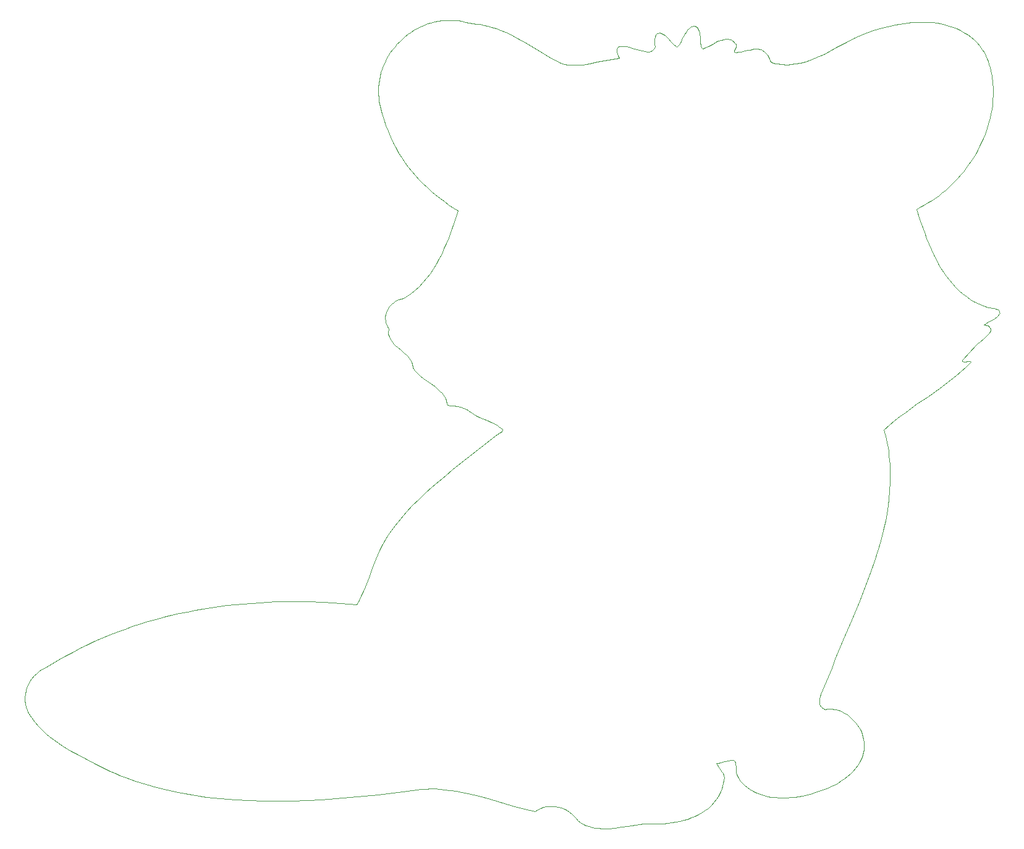
<source format=gbr>
%TF.GenerationSoftware,KiCad,Pcbnew,9.0.6*%
%TF.CreationDate,2025-12-08T21:35:20+01:00*%
%TF.ProjectId,Rocket,526f636b-6574-42e6-9b69-6361645f7063,rev?*%
%TF.SameCoordinates,Original*%
%TF.FileFunction,Profile,NP*%
%FSLAX46Y46*%
G04 Gerber Fmt 4.6, Leading zero omitted, Abs format (unit mm)*
G04 Created by KiCad (PCBNEW 9.0.6) date 2025-12-08 21:35:20*
%MOMM*%
%LPD*%
G01*
G04 APERTURE LIST*
%TA.AperFunction,Profile*%
%ADD10C,0.100000*%
%TD*%
G04 APERTURE END LIST*
D10*
X150161200Y-142590700D02*
X150700200Y-142480700D01*
X77864500Y-115082700D02*
X76805000Y-115406700D01*
X189523100Y-79444600D02*
X189462100Y-79416900D01*
X184865100Y-63326400D02*
X184548100Y-62542700D01*
X157397100Y-134162700D02*
X157676100Y-134102700D01*
X147645300Y-34480000D02*
X147553100Y-34551400D01*
X133231300Y-37889800D02*
X132068000Y-37228100D01*
X125468000Y-88043200D02*
X125721100Y-88191100D01*
X114869900Y-81134100D02*
X115121400Y-81350400D01*
X115616800Y-81759000D02*
X116120600Y-82127100D01*
X125666600Y-89442400D02*
X125507200Y-89549700D01*
X109781300Y-39808600D02*
X109651700Y-40292100D01*
X185712100Y-57031800D02*
X186190100Y-56681700D01*
X147476500Y-34639700D02*
X147414300Y-34742300D01*
X81074100Y-114228700D02*
X79999300Y-114494700D01*
X173465100Y-35695400D02*
X172260100Y-36354500D01*
X83901000Y-138857700D02*
X84876500Y-139010700D01*
X192955100Y-74030000D02*
X193564100Y-73704000D01*
X183693100Y-60154000D02*
X183175100Y-58544400D01*
X172419100Y-137202700D02*
X172861100Y-136927700D01*
X62242000Y-122538700D02*
X61947800Y-122896700D01*
X193720100Y-72134100D02*
X193456100Y-72101000D01*
X110797400Y-37518500D02*
X110547900Y-37956100D01*
X189589100Y-53384900D02*
X189955100Y-52917400D01*
X179004100Y-89962600D02*
X178869100Y-89374800D01*
X121701800Y-86129200D02*
X121891600Y-86252700D01*
X175919100Y-133032700D02*
X175975100Y-132679700D01*
X61947800Y-122896700D02*
X61688710Y-123280700D01*
X175833100Y-133379700D02*
X175919100Y-133032700D01*
X65581600Y-131765700D02*
X66191900Y-132165700D01*
X150700200Y-142480700D02*
X151234000Y-142347700D01*
X151626400Y-34184900D02*
X151352500Y-34624400D01*
X72683100Y-135606700D02*
X73367600Y-135908700D01*
X149077600Y-142748700D02*
X149619500Y-142679700D01*
X148383600Y-34520600D02*
X148212300Y-34445600D01*
X85853300Y-139146700D02*
X86831500Y-139267700D01*
X153512100Y-35361000D02*
X153494100Y-34939800D01*
X115303100Y-138114700D02*
X115943300Y-138061700D01*
X156500100Y-135676700D02*
X156347100Y-135441700D01*
X119605600Y-94256000D02*
X118647700Y-95029400D01*
X105532200Y-139202700D02*
X107498200Y-139015700D01*
X113934400Y-70094000D02*
X113678500Y-70279600D01*
X153427100Y-34329900D02*
X153376100Y-34140000D01*
X159624100Y-137571700D02*
X159957100Y-137848700D01*
X153643100Y-36170600D02*
X153588100Y-35977000D01*
X72006100Y-135288700D02*
X72683100Y-135606700D01*
X109473000Y-41276700D02*
X109425600Y-41775700D01*
X107065800Y-111558700D02*
X106756500Y-112161700D01*
X109407400Y-42277800D02*
X109419200Y-42782000D01*
X61466970Y-123686700D02*
X61284770Y-124111700D01*
X157367100Y-35236800D02*
X157177100Y-35222600D01*
X143785400Y-36341700D02*
X143334300Y-36258900D01*
X175574100Y-134050700D02*
X175719100Y-133719700D01*
X111034000Y-76286200D02*
X111188700Y-76558500D01*
X112631200Y-51488100D02*
X113064300Y-52120500D01*
X126822100Y-34272400D02*
X126206800Y-34012100D01*
X114965100Y-98275200D02*
X114100100Y-99141500D01*
X183194100Y-85291300D02*
X184754100Y-84210400D01*
X154215100Y-36428500D02*
X154023100Y-36489700D01*
X158449100Y-135384700D02*
X158454100Y-135602700D01*
X178897100Y-101222900D02*
X179157100Y-99798300D01*
X147037400Y-36762900D02*
X146944800Y-36826700D01*
X118502300Y-138138700D02*
X119297800Y-138236700D01*
X156845100Y-134311700D02*
X157397100Y-134162700D01*
X110794100Y-74801200D02*
X110822800Y-74960000D01*
X156984100Y-35229200D02*
X156788100Y-35254500D01*
X143334300Y-36258900D02*
X142880400Y-36223000D01*
X120886300Y-32784300D02*
X120317300Y-32711600D01*
X113093100Y-34853100D02*
X112712300Y-35184200D01*
X60995000Y-125912700D02*
X61043260Y-126366700D01*
X142227500Y-37457800D02*
X142399400Y-37872500D01*
X146504300Y-36969700D02*
X146264700Y-36970200D01*
X158481100Y-135814700D02*
X158529100Y-136019700D01*
X130917000Y-141145700D02*
X131272400Y-140905700D01*
X116769200Y-96615100D02*
X115856100Y-97434200D01*
X109093000Y-106523500D02*
X108602000Y-107789400D01*
X61916000Y-128291700D02*
X62355000Y-128874700D01*
X114190100Y-80253400D02*
X114255300Y-80394500D01*
X84876500Y-139010700D02*
X85853300Y-139146700D01*
X147319600Y-36165700D02*
X147313200Y-36289400D01*
X170442100Y-37313500D02*
X169827100Y-37605500D01*
X128022200Y-34857000D02*
X127426600Y-34555200D01*
X87606500Y-113019700D02*
X86509300Y-113176700D01*
X114255300Y-80394500D02*
X114424000Y-80659700D01*
X142089400Y-36998700D02*
X142146300Y-37229100D01*
X126424800Y-88724100D02*
X126428500Y-88818700D01*
X110814600Y-75303000D02*
X110804400Y-75480100D01*
X192320100Y-48824400D02*
X192540100Y-48275300D01*
X176426100Y-109521700D02*
X176923100Y-108162600D01*
X109548600Y-40781800D02*
X109473000Y-41276700D01*
X158478100Y-36159200D02*
X158461100Y-36000900D01*
X138738400Y-143299700D02*
X139166200Y-143378700D01*
X152783100Y-33462600D02*
X152655100Y-33451300D01*
X109425600Y-41775700D02*
X109407400Y-42277800D01*
X179424100Y-88157400D02*
X180150100Y-87549500D01*
X119870100Y-60260600D02*
X119333300Y-61743200D01*
X71599500Y-117326700D02*
X70577900Y-117768700D01*
X178065100Y-33777300D02*
X176982100Y-34121300D01*
X189479100Y-79159600D02*
X190377100Y-78200100D01*
X123477600Y-91215500D02*
X121540900Y-92731800D01*
X193086100Y-46588700D02*
X193230100Y-46014800D01*
X67449200Y-132915700D02*
X68090700Y-133270700D01*
X154590100Y-36258400D02*
X154215100Y-36428500D01*
X88706400Y-112879700D02*
X87606500Y-113019700D01*
X151234000Y-142347700D02*
X151759900Y-142189700D01*
X62569200Y-122211700D02*
X62242000Y-122538700D01*
X156461100Y-138028700D02*
X156584100Y-137642700D01*
X186190100Y-56681700D02*
X186657100Y-56316800D01*
X159388100Y-36901600D02*
X159084100Y-36967900D01*
X81954600Y-138500700D02*
X82927000Y-138687700D01*
X142399400Y-37872500D02*
X141901000Y-37913700D01*
X170513100Y-123842700D02*
X171030100Y-122646700D01*
X189410100Y-79321300D02*
X189428100Y-79249700D01*
X114106300Y-79951800D02*
X114139900Y-80105900D01*
X161479100Y-36565100D02*
X161267100Y-36542100D01*
X191838100Y-36159700D02*
X191464100Y-35730300D01*
X146317100Y-142827700D02*
X146877100Y-142815700D01*
X162847100Y-37563000D02*
X162721100Y-37379800D01*
X62827000Y-129425700D02*
X63329000Y-129945700D01*
X117222000Y-138031700D02*
X117861700Y-138064700D01*
X124941600Y-87779300D02*
X125468000Y-88043200D01*
X73367600Y-135908700D02*
X74058800Y-136194700D01*
X181956100Y-32988000D02*
X181393100Y-33055500D01*
X186862100Y-67177700D02*
X186503100Y-66615100D01*
X102003300Y-112438700D02*
X99785700Y-112362700D01*
X179472100Y-97158400D02*
X179534100Y-95953700D01*
X125579400Y-33777300D02*
X124938300Y-33571600D01*
X121096100Y-85835700D02*
X121505500Y-86019100D01*
X142880400Y-36223000D02*
X142652100Y-36227500D01*
X122249200Y-86542600D02*
X122760700Y-86835800D01*
X173696100Y-136314700D02*
X174084100Y-135974700D01*
X110731400Y-72197900D02*
X110599300Y-72455500D01*
X87810900Y-139371700D02*
X89772800Y-139537700D01*
X190024100Y-70555200D02*
X189502100Y-70151600D01*
X110822800Y-74960000D02*
X110825200Y-75128400D01*
X179495100Y-93542400D02*
X179391100Y-92341400D01*
X194130100Y-73338300D02*
X194253100Y-73228300D01*
X61512660Y-127673700D02*
X61916000Y-128291700D01*
X150004400Y-36071200D02*
X149733800Y-35817200D01*
X174255100Y-114898700D02*
X175368100Y-112219700D01*
X193600100Y-43673100D02*
X193637100Y-42835500D01*
X170022100Y-125048700D02*
X170513100Y-123842700D01*
X158779100Y-37016200D02*
X158473100Y-37036000D01*
X194395100Y-72382700D02*
X194309100Y-72314400D01*
X192347100Y-71807700D02*
X191730100Y-71554200D01*
X147313200Y-36289400D02*
X147288400Y-36403800D01*
X156681100Y-137250700D02*
X156752100Y-136855700D01*
X185921100Y-33029100D02*
X185355100Y-32960400D01*
X156788100Y-35254500D02*
X156396100Y-35351900D01*
X106756500Y-112161700D02*
X106420900Y-112751700D01*
X89772800Y-139537700D02*
X91738400Y-139647700D01*
X184548100Y-62542700D02*
X184249100Y-61751800D01*
X150303700Y-36278700D02*
X150149700Y-36182000D01*
X157676100Y-134102700D02*
X157960100Y-134061700D01*
X192672100Y-76057400D02*
X192920100Y-75794800D01*
X158429100Y-35923300D02*
X158379100Y-35846800D01*
X174229100Y-128349700D02*
X174005100Y-128147700D01*
X113005700Y-78294800D02*
X113237100Y-78507300D01*
X107352900Y-110945700D02*
X107065800Y-111558700D01*
X188674100Y-33806700D02*
X188142100Y-33592400D01*
X112560300Y-70834900D02*
X112250700Y-70909600D01*
X190377100Y-78200100D02*
X191261100Y-77231900D01*
X150149700Y-36182000D02*
X150004400Y-36071200D01*
X192895100Y-74528800D02*
X192734100Y-74469300D01*
X128610200Y-35174700D02*
X128022200Y-34857000D01*
X187649100Y-68256300D02*
X187244100Y-67725700D01*
X180273100Y-33238600D02*
X179162100Y-33481100D01*
X192663100Y-37495000D02*
X192486100Y-37114100D01*
X158596100Y-136218700D02*
X158681100Y-136409700D01*
X175398100Y-134370700D02*
X175574100Y-134050700D01*
X193206100Y-72067100D02*
X192987100Y-72016900D01*
X186167100Y-66040600D02*
X185853100Y-65456900D01*
X92019100Y-112559700D02*
X90913000Y-112649700D01*
X188561100Y-81393700D02*
X189281100Y-80779000D01*
X113995800Y-53336900D02*
X114492500Y-53920300D01*
X119333300Y-61743200D02*
X119049000Y-62481000D01*
X138317900Y-143190700D02*
X138738400Y-143299700D01*
X155315100Y-35860800D02*
X154955100Y-36056500D01*
X61399020Y-127464700D02*
X61512660Y-127673700D01*
X155013100Y-140300700D02*
X155386100Y-139901700D01*
X193858100Y-73532700D02*
X194130100Y-73338300D01*
X158066100Y-35545500D02*
X157903100Y-35426100D01*
X193252100Y-74848200D02*
X193163100Y-74718400D01*
X126412500Y-88902800D02*
X126379100Y-88977700D01*
X193298100Y-75001200D02*
X193252100Y-74848200D01*
X156141100Y-138773700D02*
X156313100Y-138406700D01*
X103563400Y-139367700D02*
X105532200Y-139202700D01*
X82153300Y-113982700D02*
X81074100Y-114228700D01*
X95344900Y-112384700D02*
X94235300Y-112427700D01*
X110420700Y-72998800D02*
X110378400Y-73278900D01*
X121898300Y-32988500D02*
X121390400Y-32897000D01*
X194365100Y-73107600D02*
X194465100Y-72974600D01*
X146264700Y-36970200D02*
X146029500Y-36920600D01*
X124440300Y-33427700D02*
X123936800Y-33313900D01*
X68090700Y-133270700D02*
X69385100Y-133947700D01*
X179162100Y-33481100D02*
X178065100Y-33777300D01*
X73662100Y-116496700D02*
X72627300Y-116901700D01*
X190627100Y-34965800D02*
X190170100Y-34630200D01*
X149733800Y-35817200D02*
X149479800Y-35535900D01*
X156794100Y-136458700D02*
X156733100Y-136180700D01*
X191059100Y-35332400D02*
X190627100Y-34965800D01*
X155648100Y-35672700D02*
X155315100Y-35860800D01*
X118102800Y-32704700D02*
X117601000Y-32768400D01*
X185355100Y-32960400D02*
X184789100Y-32920100D01*
X194465100Y-72974600D02*
X194552100Y-72827600D01*
X193218100Y-75345700D02*
X193292100Y-75177200D01*
X76167600Y-136964700D02*
X77597500Y-137411700D01*
X170122100Y-126839700D02*
X170034100Y-126720700D01*
X152298100Y-33538200D02*
X152188100Y-33600700D01*
X193215100Y-39079200D02*
X193100100Y-38675300D01*
X116521200Y-67351700D02*
X116052300Y-67976500D01*
X158228100Y-36836300D02*
X158306100Y-36660300D01*
X193292100Y-75177200D02*
X193298100Y-75001200D01*
X113975600Y-79493100D02*
X114090800Y-79790500D01*
X170356100Y-127030700D02*
X170229100Y-126943700D01*
X175259100Y-129595700D02*
X175053100Y-129298700D01*
X124397100Y-87543600D02*
X124941600Y-87779300D01*
X147288400Y-36403800D02*
X147246800Y-36508700D01*
X165405100Y-139244700D02*
X165941100Y-139205700D01*
X159309100Y-137270700D02*
X159624100Y-137571700D01*
X189690100Y-34325400D02*
X189191100Y-34050900D01*
X79999300Y-114494700D02*
X78929300Y-114779700D01*
X115209600Y-33507000D02*
X114760900Y-33731600D01*
X153588100Y-35977000D02*
X153550100Y-35776300D01*
X112856600Y-70731000D02*
X112560300Y-70834900D01*
X110320800Y-38405000D02*
X110116700Y-38864000D01*
X120381800Y-58784600D02*
X119870100Y-60260600D01*
X189979100Y-80137800D02*
X190653100Y-79466200D01*
X188816100Y-54285600D02*
X189209100Y-53841100D01*
X179266100Y-99080500D02*
X179360100Y-98358800D01*
X153494100Y-34939800D02*
X153460100Y-34527800D01*
X125386500Y-89680300D02*
X123477600Y-91215500D01*
X188078100Y-68766900D02*
X187649100Y-68256300D01*
X114661500Y-138185700D02*
X115303100Y-138114700D01*
X124938300Y-33571600D02*
X124440300Y-33427700D01*
X142422800Y-36249400D02*
X142311200Y-36315700D01*
X191828100Y-49900200D02*
X192083100Y-49366200D01*
X145759200Y-142854700D02*
X146317100Y-142827700D01*
X91738400Y-139647700D02*
X93706800Y-139705700D01*
X108122900Y-109061500D02*
X107622000Y-110323700D01*
X117169700Y-82883200D02*
X117665000Y-83295600D01*
X193315100Y-39487500D02*
X193215100Y-39079200D01*
X152655100Y-33451300D02*
X152532100Y-33461500D01*
X188409100Y-54717900D02*
X188816100Y-54285600D01*
X116958000Y-66704300D02*
X116521200Y-67351700D01*
X117861700Y-138064700D02*
X118502300Y-138138700D01*
X140922800Y-143459700D02*
X141809800Y-143391700D01*
X113678500Y-70279600D02*
X113414400Y-70449900D01*
X126379100Y-88977700D02*
X126330500Y-89044600D01*
X99621000Y-139612700D02*
X101592800Y-139505700D01*
X193131100Y-75504100D02*
X193218100Y-75345700D01*
X192970100Y-38276100D02*
X192825100Y-37882500D01*
X192734100Y-74469300D02*
X192569100Y-74433400D01*
X175917100Y-34507300D02*
X175295100Y-34775800D01*
X153206100Y-33791500D02*
X153078100Y-33636800D01*
X158306100Y-36660300D02*
X158385100Y-36488800D01*
X70577900Y-117768700D02*
X69569300Y-118237700D01*
X159023100Y-136945700D02*
X159309100Y-137270700D01*
X150499700Y-36125300D02*
X150303700Y-36278700D01*
X136497400Y-142080700D02*
X136735300Y-142423700D01*
X191730100Y-71554200D02*
X191138100Y-71259200D01*
X125965900Y-88352400D02*
X126200900Y-88529400D01*
X74058800Y-136194700D02*
X74756200Y-136465700D01*
X174640100Y-128786700D02*
X174441100Y-128563700D01*
X113828100Y-79219500D02*
X113975600Y-79493100D01*
X184217100Y-57988700D02*
X184725100Y-57685700D01*
X157960100Y-134061700D02*
X158056100Y-134088700D01*
X179228100Y-91147200D02*
X179124100Y-90553500D01*
X194552100Y-72827600D02*
X194545100Y-72686700D01*
X147284000Y-35248700D02*
X147272400Y-35526000D01*
X116582800Y-138031700D02*
X117222000Y-138031700D01*
X121653300Y-138666700D02*
X122430300Y-138846700D01*
X149619500Y-142679700D02*
X150161200Y-142590700D01*
X172728100Y-127360700D02*
X172449100Y-127258700D01*
X101592800Y-139505700D02*
X103563400Y-139367700D01*
X109419200Y-42782000D02*
X109461900Y-43287300D01*
X173126100Y-117566700D02*
X174255100Y-114898700D01*
X167005100Y-139068700D02*
X167531100Y-138974700D01*
X184789100Y-32920100D02*
X184222100Y-32895300D01*
X135415300Y-38740300D02*
X134917800Y-38643000D01*
X148003200Y-142831700D02*
X148538000Y-142798700D01*
X152412100Y-33491200D02*
X152298100Y-33538200D01*
X156632100Y-135920700D02*
X156500100Y-135676700D01*
X164521100Y-38684500D02*
X164176100Y-38633700D01*
X190282100Y-79446500D02*
X189807100Y-79471200D01*
X95677200Y-139716700D02*
X97648900Y-139683700D01*
X140903400Y-38063300D02*
X140404300Y-38161200D01*
X159999100Y-36755800D02*
X159388100Y-36901600D01*
X110838900Y-75827500D02*
X110910400Y-75990500D01*
X61144280Y-124551700D02*
X61047700Y-125000700D01*
X109461900Y-43287300D02*
X109536300Y-43792800D01*
X172861100Y-136927700D02*
X173287100Y-136631700D01*
X118301400Y-83991400D02*
X118472700Y-84250000D01*
X111696700Y-101924800D02*
X110971600Y-102925200D01*
X160305100Y-36697100D02*
X159999100Y-36755800D01*
X174825100Y-129019700D02*
X174640100Y-128786700D01*
X150904400Y-35532700D02*
X150791000Y-35747200D01*
X64412000Y-130903700D02*
X64987400Y-131345700D01*
X147246800Y-36508700D02*
X147190000Y-36603600D01*
X151111500Y-35078400D02*
X150904400Y-35532700D01*
X158372100Y-134602700D02*
X158403100Y-135014700D01*
X110971600Y-102925200D02*
X110591800Y-103492300D01*
X141809800Y-143391700D02*
X142688100Y-143277700D01*
X142688100Y-143277700D02*
X143547100Y-143136700D01*
X114324000Y-33979600D02*
X113899800Y-34249800D01*
X193354100Y-45435900D02*
X193457100Y-44852300D01*
X111188700Y-76558500D02*
X111370200Y-76810600D01*
X112462200Y-100962900D02*
X111696700Y-101924800D01*
X178869100Y-89374800D02*
X178718100Y-88790500D01*
X172449100Y-127258700D02*
X172163100Y-127177700D01*
X181651100Y-86393700D02*
X183194100Y-85291300D01*
X193457100Y-44852300D02*
X193539100Y-44264600D01*
X189209100Y-53841100D02*
X189589100Y-53384900D01*
X120226600Y-85595200D02*
X120668100Y-85696400D01*
X185563100Y-64866600D02*
X185202100Y-64101500D01*
X110399100Y-73842600D02*
X110466300Y-74120700D01*
X193637100Y-42835500D02*
X193630100Y-41993300D01*
X161884100Y-36692300D02*
X161685100Y-36615900D01*
X146944800Y-36826700D02*
X146735400Y-36921100D01*
X189423100Y-79376400D02*
X189410100Y-79321300D01*
X175598100Y-130229700D02*
X175441100Y-129905700D01*
X139599800Y-143432700D02*
X140038100Y-143461700D01*
X110751400Y-47866300D02*
X111072900Y-48653200D01*
X147190000Y-36603600D02*
X147119600Y-36688500D01*
X89808700Y-112756700D02*
X88706400Y-112879700D01*
X163835100Y-38565400D02*
X163498100Y-38479100D01*
X158461100Y-36000900D02*
X158429100Y-35923300D01*
X61144160Y-126814700D02*
X61299900Y-127251700D01*
X113652800Y-78966300D02*
X113828100Y-79219500D01*
X158256100Y-134250700D02*
X158330100Y-134412700D01*
X148212300Y-34445600D02*
X148028300Y-34390100D01*
X119297800Y-138236700D02*
X120087700Y-138358700D01*
X148694100Y-34719600D02*
X148543700Y-34612700D01*
X184725100Y-57685700D02*
X185224100Y-57366600D01*
X158454100Y-135602700D02*
X158481100Y-135814700D01*
X192923100Y-47157000D02*
X193086100Y-46588700D01*
X175974100Y-131609700D02*
X175919100Y-131255700D01*
X141402300Y-37979000D02*
X140903400Y-38063300D01*
X122760700Y-86835800D02*
X123296200Y-87088900D01*
X156347100Y-135441700D02*
X156017100Y-134981700D01*
X85415100Y-113351700D02*
X84324200Y-113543700D01*
X179360100Y-98358800D02*
X179472100Y-97158400D01*
X137504000Y-142878700D02*
X137906000Y-143051700D01*
X114492500Y-53920300D02*
X115008500Y-54486900D01*
X155861100Y-134748700D02*
X155724100Y-134507700D01*
X192407100Y-74421300D02*
X192667100Y-74210900D01*
X166475100Y-139145700D02*
X167005100Y-139068700D01*
X187989100Y-55137700D02*
X188409100Y-54717900D01*
X109353300Y-105897900D02*
X109093000Y-106523500D01*
X145579300Y-36834200D02*
X145130600Y-36717700D01*
X169965100Y-126589700D02*
X169912100Y-126448700D01*
X144097300Y-143037700D02*
X144649300Y-142958700D01*
X154023100Y-36489700D02*
X153827100Y-36528700D01*
X189462100Y-79416900D02*
X189423100Y-79376400D01*
X191813100Y-76757400D02*
X192397100Y-76300000D01*
X171872100Y-127119700D02*
X171577100Y-127086700D01*
X110591800Y-103492300D02*
X110244300Y-104075100D01*
X161241100Y-138601700D02*
X161734100Y-138793700D01*
X178586100Y-102633800D02*
X178897100Y-101222900D01*
X110244300Y-104075100D02*
X109924800Y-104671600D01*
X187046100Y-33252500D02*
X186485100Y-33126400D01*
X167272100Y-38503800D02*
X166601100Y-38636300D01*
X121540900Y-92731800D02*
X119605600Y-94256000D01*
X61047700Y-125000700D02*
X60997220Y-125455700D01*
X117894500Y-83515700D02*
X118107700Y-83747100D01*
X63313800Y-121667700D02*
X62927200Y-121919700D01*
X118735100Y-84816400D02*
X118820100Y-85127200D01*
X192083100Y-49366200D02*
X192320100Y-48824400D01*
X169875100Y-126298700D02*
X169844100Y-125982700D01*
X110599300Y-72455500D02*
X110495000Y-72723400D01*
X146735400Y-36921100D02*
X146504300Y-36969700D01*
X74703500Y-116113700D02*
X73662100Y-116496700D01*
X164869100Y-38718300D02*
X164521100Y-38684500D01*
X153460100Y-34527800D02*
X153427100Y-34329900D01*
X142157900Y-36477500D02*
X142112200Y-36570800D01*
X118435800Y-63937200D02*
X118101600Y-64650700D01*
X133669100Y-140462700D02*
X134076900Y-140539700D01*
X135913200Y-38793700D02*
X135415300Y-38740300D01*
X193456100Y-72101000D02*
X193206100Y-72067100D01*
X69569300Y-118237700D02*
X68572600Y-118731700D01*
X114426700Y-69690900D02*
X113934400Y-70094000D01*
X160833100Y-36588100D02*
X160612100Y-36661600D01*
X119090800Y-57959200D02*
X119730600Y-58381500D01*
X189004100Y-69717200D02*
X188529100Y-69254700D01*
X193539100Y-44264600D02*
X193600100Y-43673100D01*
X134076900Y-140539700D02*
X134476800Y-140656700D01*
X162074100Y-36792000D02*
X161884100Y-36692300D01*
X159084100Y-36967900D02*
X158779100Y-37016200D01*
X142112200Y-36570800D02*
X142084500Y-36670800D01*
X135921600Y-141478700D02*
X136224900Y-141764700D01*
X63726900Y-121457700D02*
X63313800Y-121667700D01*
X63858300Y-130437700D02*
X64412000Y-130903700D01*
X152276100Y-142006700D02*
X152778100Y-141797700D01*
X158473100Y-37036000D02*
X158167100Y-37017000D01*
X110725600Y-74655700D02*
X110794100Y-74801200D01*
X149230000Y-35246400D02*
X148972200Y-34967900D01*
X175441100Y-129905700D02*
X175259100Y-129595700D01*
X135237900Y-140999700D02*
X135591300Y-141222700D01*
X153722100Y-36355100D02*
X153643100Y-36170600D01*
X139166200Y-143378700D02*
X139599800Y-143432700D01*
X66191900Y-132165700D02*
X66815400Y-132548700D01*
X187244100Y-67725700D02*
X186862100Y-67177700D01*
X145130600Y-36717700D02*
X144234500Y-36456100D01*
X117105900Y-32861500D02*
X116618400Y-32982900D01*
X147283100Y-35793800D02*
X147306000Y-36032900D01*
X178228100Y-104032200D02*
X178586100Y-102633800D01*
X129769900Y-35844200D02*
X128610200Y-35174700D01*
X158137100Y-134129700D02*
X158203100Y-134184700D01*
X112029100Y-77479800D02*
X112518500Y-77887100D01*
X170534100Y-138108700D02*
X171018100Y-137909700D01*
X147306000Y-36032900D02*
X147319600Y-36165700D01*
X147327900Y-34981100D02*
X147284000Y-35248700D01*
X116120600Y-82127100D02*
X116646600Y-82497800D01*
X156291100Y-134446700D02*
X156845100Y-134311700D01*
X190495100Y-79443100D02*
X190282100Y-79446500D01*
X104215800Y-112568700D02*
X102003300Y-112438700D01*
X131272400Y-140905700D02*
X131646800Y-140715700D01*
X158167100Y-37017000D02*
X158228100Y-36836300D01*
X119776500Y-85525900D02*
X120226600Y-85595200D01*
X175295100Y-34775800D02*
X174679100Y-35066500D01*
X173266100Y-127625700D02*
X173001100Y-127483700D01*
X116618400Y-32982900D02*
X116139300Y-33131600D01*
X111985200Y-71019300D02*
X111732200Y-71158400D01*
X86509300Y-113176700D02*
X85415100Y-113351700D01*
X62927200Y-121919700D02*
X62569200Y-122211700D01*
X169844100Y-125982700D02*
X169864100Y-125658700D01*
X179391100Y-92341400D02*
X179317100Y-91743200D01*
X175731100Y-130563700D02*
X175598100Y-130229700D01*
X174679100Y-35066500D02*
X173465100Y-35695400D01*
X60997220Y-125455700D02*
X60995000Y-125912700D01*
X109629200Y-105279900D02*
X109353300Y-105897900D01*
X161685100Y-36615900D02*
X161479100Y-36565100D01*
X97565400Y-112344700D02*
X96455000Y-112356700D01*
X113372000Y-138356700D02*
X114661500Y-138185700D01*
X83236800Y-113753700D02*
X82153300Y-113982700D01*
X186657100Y-56316800D02*
X187113100Y-55937600D01*
X156017100Y-134981700D02*
X155861100Y-134748700D01*
X171030100Y-122646700D02*
X171541100Y-121447700D01*
X120087700Y-138358700D02*
X120872600Y-138503700D01*
X136224900Y-141764700D02*
X136497400Y-142080700D01*
X188529100Y-69254700D02*
X188078100Y-68766900D01*
X140038100Y-143461700D02*
X140479500Y-143470700D01*
X117365300Y-66036800D02*
X116958000Y-66704300D01*
X158403100Y-135014700D02*
X158418100Y-135210700D01*
X158379100Y-35846800D02*
X158310100Y-35771200D01*
X159957100Y-137848700D02*
X160292100Y-138102700D01*
X162721100Y-37379800D02*
X162579100Y-37208900D01*
X118472700Y-84250000D02*
X118618300Y-84524500D01*
X158447100Y-36321800D02*
X158478100Y-36159200D01*
X108602000Y-107789400D02*
X108122900Y-109061500D01*
X127820200Y-140342700D02*
X129363200Y-140764700D01*
X153736100Y-141292700D02*
X154185100Y-140994700D01*
X66815400Y-132548700D02*
X67449200Y-132915700D01*
X158310100Y-35771200D02*
X158218100Y-35696700D01*
X129363200Y-140764700D02*
X130917000Y-141145700D01*
X142311200Y-36315700D02*
X142223600Y-36392100D01*
X173287100Y-136631700D02*
X173696100Y-136314700D01*
X113489200Y-34541300D02*
X113093100Y-34853100D01*
X109964000Y-45438400D02*
X110202000Y-46256000D01*
X170043100Y-138290700D02*
X170534100Y-138108700D01*
X156733100Y-136180700D02*
X156632100Y-135920700D01*
X158203100Y-134184700D02*
X158256100Y-134250700D01*
X165567100Y-38736700D02*
X165218100Y-38735600D01*
X171278100Y-127078700D02*
X170977100Y-127098700D01*
X90913000Y-112649700D02*
X89808700Y-112756700D01*
X117601000Y-32768400D02*
X117105900Y-32861500D01*
X112712300Y-35184200D02*
X112347600Y-35533500D01*
X190306100Y-52439000D02*
X190642100Y-51950300D01*
X175719100Y-133719700D02*
X175833100Y-133379700D01*
X146029500Y-36920600D02*
X145579300Y-36834200D01*
X190170100Y-34630200D02*
X189690100Y-34325400D01*
X124745800Y-139458700D02*
X127820200Y-140342700D01*
X144649300Y-142958700D02*
X145203300Y-142897700D01*
X163802100Y-139222700D02*
X164334100Y-139255700D01*
X111359400Y-36680800D02*
X111068100Y-37093000D01*
X79041600Y-137812700D02*
X80495400Y-138173700D01*
X119730600Y-58381500D02*
X120381800Y-58784600D01*
X175906100Y-110873700D02*
X176426100Y-109521700D01*
X120317300Y-32711600D02*
X119739200Y-32668400D01*
X167531100Y-138974700D02*
X168560100Y-138745700D01*
X189604100Y-79461700D02*
X189523100Y-79444600D01*
X118647700Y-95029400D02*
X117701000Y-95814600D01*
X187557100Y-55544400D02*
X187989100Y-55137700D01*
X142146300Y-37229100D02*
X142227500Y-37457800D01*
X77597500Y-137411700D02*
X79041600Y-137812700D01*
X150659100Y-35946400D02*
X150499700Y-36125300D01*
X74756200Y-136465700D02*
X76167600Y-136964700D01*
X174084100Y-135974700D02*
X174451100Y-135610700D01*
X161051100Y-36549000D02*
X160833100Y-36588100D01*
X194465100Y-72466200D02*
X194395100Y-72382700D01*
X137113400Y-142670700D02*
X137504000Y-142878700D01*
X137409000Y-38742700D02*
X136910100Y-38789700D01*
X93706800Y-139705700D02*
X95677200Y-139716700D01*
X192397100Y-76300000D02*
X192672100Y-76057400D01*
X160759100Y-138372700D02*
X161241100Y-138601700D01*
X182521100Y-32937500D02*
X181956100Y-32988000D01*
X147119600Y-36688500D02*
X147037400Y-36762900D01*
X147754400Y-34427600D02*
X147645300Y-34480000D01*
X109936600Y-39332200D02*
X109781300Y-39808600D01*
X166601100Y-38636300D02*
X165915100Y-38722100D01*
X173769100Y-127958700D02*
X173522100Y-127784700D01*
X163167100Y-38374400D02*
X163117100Y-38164200D01*
X111670300Y-36282800D02*
X111359400Y-36680800D01*
X176002100Y-131965700D02*
X175974100Y-131609700D01*
X115121400Y-81350400D02*
X115616800Y-81759000D01*
X106420900Y-112751700D02*
X104215800Y-112568700D01*
X113519500Y-52736800D02*
X113995800Y-53336900D01*
X114100100Y-99141500D02*
X113264600Y-100036300D01*
X115856100Y-97434200D02*
X114965100Y-98275200D01*
X152778100Y-141797700D02*
X153266100Y-141559700D01*
X110808100Y-75656100D02*
X110838900Y-75827500D01*
X65642100Y-120327700D02*
X63726900Y-121457700D01*
X80495400Y-138173700D02*
X81954600Y-138500700D01*
X113140800Y-70601600D02*
X112856600Y-70731000D01*
X115943300Y-138061700D02*
X116582800Y-138031700D01*
X187113100Y-55937600D02*
X187557100Y-55544400D01*
X113064300Y-52120500D02*
X113519500Y-52736800D01*
X63329000Y-129945700D02*
X63858300Y-130437700D01*
X151352500Y-34624400D02*
X151223300Y-34848800D01*
X188142100Y-33592400D02*
X187599100Y-33407800D01*
X133257400Y-140425700D02*
X133669100Y-140462700D01*
X123296200Y-87088900D02*
X124397100Y-87543600D01*
X116646600Y-82497800D02*
X117169700Y-82883200D01*
X110495000Y-72723400D02*
X110420700Y-72998800D01*
X179317100Y-91743200D02*
X179228100Y-91147200D01*
X116664500Y-56083000D02*
X117249400Y-56579500D01*
X194516100Y-72566900D02*
X194465100Y-72466200D01*
X183087100Y-32904700D02*
X182521100Y-32937500D01*
X67586600Y-119246700D02*
X66610100Y-119779700D01*
X177392100Y-106795400D02*
X177829100Y-105419000D01*
X140404300Y-38161200D02*
X139405800Y-38377100D01*
X153550100Y-35776300D02*
X153512100Y-35361000D01*
X107498200Y-139015700D02*
X109460700Y-138808700D01*
X75751300Y-115749700D02*
X74703500Y-116113700D01*
X176002100Y-132323700D02*
X176002100Y-131965700D01*
X72627300Y-116901700D02*
X71599500Y-117326700D01*
X194545100Y-72686700D02*
X194516100Y-72566900D01*
X192825100Y-37882500D02*
X192663100Y-37495000D01*
X111834600Y-50176100D02*
X112221000Y-50839800D01*
X149479800Y-35535900D02*
X149230000Y-35246400D01*
X184222100Y-32895300D02*
X183654100Y-32890400D01*
X162956100Y-37756300D02*
X162847100Y-37563000D01*
X118610300Y-32671300D02*
X118102800Y-32704700D01*
X156012100Y-35497100D02*
X155648100Y-35672700D01*
X111070200Y-71724200D02*
X110889100Y-71953200D01*
X170675100Y-127147700D02*
X170504100Y-127099700D01*
X132068000Y-37228100D02*
X129769900Y-35844200D01*
X154612100Y-140664700D02*
X155013100Y-140300700D01*
X62355000Y-128874700D02*
X62827000Y-129425700D01*
X110889100Y-71953200D02*
X110731400Y-72197900D01*
X152532100Y-33461500D02*
X152412100Y-33491200D01*
X118101600Y-64650700D02*
X117745700Y-65351400D01*
X113264600Y-100036300D02*
X112462200Y-100962900D01*
X142223600Y-36392100D02*
X142157900Y-36477500D01*
X151223300Y-34848800D02*
X151111500Y-35078400D01*
X114760900Y-33731600D02*
X114324000Y-33979600D01*
X169827100Y-37605500D02*
X169204100Y-37875500D01*
X164334100Y-139255700D02*
X164869100Y-139262700D01*
X155946100Y-139128700D02*
X156141100Y-138773700D01*
X154955100Y-36056500D02*
X154590100Y-36258400D01*
X191527100Y-76988500D02*
X191813100Y-76757400D01*
X118870100Y-85458400D02*
X119322600Y-85482300D01*
X191261100Y-77231900D02*
X191527100Y-76988500D01*
X71336900Y-134952700D02*
X72006100Y-135288700D01*
X109460700Y-138808700D02*
X113372000Y-138356700D01*
X120872600Y-138503700D02*
X121653300Y-138666700D01*
X153827100Y-36528700D02*
X153722100Y-36355100D01*
X120668100Y-85696400D02*
X121096100Y-85835700D01*
X175919100Y-131255700D02*
X175838100Y-130906700D01*
X158056100Y-134088700D02*
X158137100Y-134129700D01*
X171963100Y-137456700D02*
X172419100Y-137202700D01*
X117701000Y-95814600D02*
X116769200Y-96615100D01*
X112347600Y-35533500D02*
X112000000Y-35900000D01*
X126206800Y-34012100D02*
X125579400Y-33777300D01*
X193576100Y-41151400D02*
X193472100Y-40314500D01*
X78929300Y-114779700D02*
X77864500Y-115082700D01*
X114090800Y-79790500D02*
X114106300Y-79951800D01*
X157732100Y-35336300D02*
X157553100Y-35273900D01*
X111794900Y-77267800D02*
X112029100Y-77479800D01*
X93126600Y-112485700D02*
X92019100Y-112559700D01*
X146877100Y-142815700D02*
X148003200Y-142831700D01*
X155386100Y-139901700D02*
X155729100Y-139467700D01*
X163498100Y-38479100D02*
X163167100Y-38374400D01*
X116052300Y-67976500D02*
X115548600Y-68576200D01*
X111573700Y-77045900D02*
X111794900Y-77267800D01*
X193978100Y-72181700D02*
X193720100Y-72134100D01*
X193630100Y-41993300D02*
X193576100Y-41151400D01*
X165218100Y-38735600D02*
X164869100Y-38718300D01*
X147881600Y-34396900D02*
X147754400Y-34427600D01*
X111272500Y-71513500D02*
X111070200Y-71724200D01*
X156313100Y-138406700D02*
X156461100Y-138028700D01*
X155724100Y-134507700D02*
X156010100Y-134489700D01*
X109651700Y-40292100D02*
X109548600Y-40781800D01*
X190642100Y-51950300D02*
X190963100Y-51451600D01*
X156584100Y-137642700D02*
X156681100Y-137250700D01*
X156396100Y-35351900D02*
X156012100Y-35497100D01*
X150791000Y-35747200D02*
X150659100Y-35946400D01*
X112518500Y-77887100D02*
X113005700Y-78294800D01*
X186503100Y-66615100D02*
X186167100Y-66040600D01*
X165941100Y-139205700D02*
X166475100Y-139145700D01*
X186485100Y-33126400D02*
X185921100Y-33029100D01*
X110370500Y-73561100D02*
X110399100Y-73842600D01*
X119049000Y-62481000D02*
X118750700Y-63213100D01*
X185202100Y-64101500D02*
X184865100Y-63326400D01*
X158330100Y-134412700D02*
X158372100Y-134602700D01*
X123429300Y-33221600D02*
X122919300Y-33142300D01*
X144234500Y-36456100D02*
X143785400Y-36341700D01*
X137908000Y-38672700D02*
X137409000Y-38742700D01*
X96455000Y-112356700D02*
X95344900Y-112384700D01*
X162579100Y-37208900D02*
X162423100Y-37052500D01*
X183700100Y-58275000D02*
X184217100Y-57988700D01*
X66610100Y-119779700D02*
X65642100Y-120327700D01*
X113237100Y-78507300D02*
X113454300Y-78730000D01*
X158781100Y-136594700D02*
X159023100Y-136945700D01*
X136735300Y-142423700D02*
X137113400Y-142670700D01*
X189191100Y-34050900D02*
X188674100Y-33806700D01*
X115008500Y-54486900D02*
X115543200Y-55036400D01*
X148538000Y-142798700D02*
X149077600Y-142748700D01*
X179534100Y-95953700D02*
X179542100Y-94747400D01*
X192920100Y-75794800D02*
X193131100Y-75504100D01*
X191267100Y-50943400D02*
X191556100Y-50426100D01*
X123204300Y-139040700D02*
X124745800Y-139458700D01*
X114139900Y-80105900D02*
X114190100Y-80253400D01*
X165915100Y-38722100D02*
X165567100Y-38736700D01*
X119739200Y-32668400D02*
X119165700Y-32654900D01*
X137906000Y-143051700D02*
X138317900Y-143190700D01*
X169912100Y-126448700D02*
X169875100Y-126298700D01*
X170034100Y-126720700D02*
X169965100Y-126589700D01*
X148028300Y-34390100D02*
X147881600Y-34396900D01*
X164869100Y-139262700D02*
X165405100Y-139244700D01*
X125721100Y-88191100D02*
X125965900Y-88352400D01*
X174441100Y-128563700D02*
X174229100Y-128349700D01*
X153266100Y-141559700D02*
X153736100Y-141292700D01*
X193564100Y-73704000D02*
X193858100Y-73532700D01*
X110202000Y-46256000D02*
X110462800Y-47066200D01*
X171495100Y-137692700D02*
X171963100Y-137456700D01*
X122074200Y-86390200D02*
X122249200Y-86542600D01*
X193041100Y-74611900D02*
X192895100Y-74528800D01*
X157177100Y-35222600D02*
X156984100Y-35229200D01*
X157553100Y-35273900D02*
X157367100Y-35236800D01*
X175053100Y-129298700D02*
X174825100Y-129019700D01*
X172018100Y-120233700D02*
X173126100Y-117566700D01*
X192180100Y-36620900D02*
X191838100Y-36159700D01*
X158529100Y-136019700D02*
X158596100Y-136218700D01*
X132437100Y-140479700D02*
X132845400Y-140430700D01*
X142084500Y-36670800D02*
X142072800Y-36776200D01*
X174794100Y-135222700D02*
X175110100Y-134809700D01*
X94235300Y-112427700D02*
X93126600Y-112485700D01*
X189502100Y-70151600D02*
X189004100Y-69717200D01*
X141901000Y-37913700D02*
X141402300Y-37979000D01*
X194253100Y-73228300D02*
X194365100Y-73107600D01*
X114424000Y-80659700D02*
X114633200Y-80905000D01*
X163047100Y-37957400D02*
X162956100Y-37756300D01*
X116095400Y-55568500D02*
X116664500Y-56083000D01*
X111072900Y-48653200D02*
X111432300Y-49424100D01*
X175110100Y-134809700D02*
X175398100Y-134370700D01*
X162254100Y-36912800D02*
X162074100Y-36792000D01*
X122919300Y-33142300D02*
X121898300Y-32988500D01*
X192569100Y-74433400D02*
X192407100Y-74421300D01*
X153078100Y-33636800D02*
X152915100Y-33497500D01*
X162753100Y-139071700D02*
X163274100Y-139162700D01*
X112221000Y-50839800D02*
X112631200Y-51488100D01*
X84324200Y-113543700D02*
X83236800Y-113753700D01*
X134420700Y-38496400D02*
X133821900Y-38201700D01*
X147272400Y-35526000D02*
X147283100Y-35793800D01*
X179157100Y-99798300D02*
X179266100Y-99080500D01*
X190963100Y-51451600D02*
X191267100Y-50943400D01*
X119165700Y-32654900D02*
X118610300Y-32671300D01*
X164176100Y-38633700D02*
X163835100Y-38565400D01*
X175838100Y-130906700D02*
X175731100Y-130563700D01*
X184249100Y-61751800D02*
X183693100Y-60154000D01*
X171577100Y-127086700D02*
X171278100Y-127078700D01*
X127426600Y-34555200D02*
X126822100Y-34272400D01*
X110116700Y-38864000D02*
X109936600Y-39332200D01*
X158385100Y-36488800D02*
X158447100Y-36321800D01*
X187070100Y-82559900D02*
X187823100Y-81986000D01*
X191138100Y-71259200D02*
X190569100Y-70925300D01*
X175368100Y-112219700D02*
X175906100Y-110873700D01*
X142652100Y-36227500D02*
X142422800Y-36249400D01*
X82927000Y-138687700D02*
X83901000Y-138857700D01*
X152915100Y-33497500D02*
X152783100Y-33462600D01*
X86831500Y-139267700D02*
X87810900Y-139371700D01*
X178718100Y-88790500D02*
X179424100Y-88157400D01*
X122430300Y-138846700D02*
X123204300Y-139040700D01*
X152188100Y-33600700D02*
X151981100Y-33763700D01*
X111068100Y-37093000D02*
X110797400Y-37518500D01*
X147414300Y-34742300D02*
X147365200Y-34856900D01*
X111732200Y-71158400D02*
X111493900Y-71324000D01*
X192987100Y-72016900D02*
X192347100Y-71807700D01*
X162239100Y-138949700D02*
X162753100Y-139071700D01*
X189807100Y-79471200D02*
X189604100Y-79461700D01*
X169864100Y-125658700D02*
X169926100Y-125341700D01*
X193230100Y-46014800D02*
X193354100Y-45435900D01*
X193472100Y-40314500D02*
X193315100Y-39487500D01*
X115669400Y-33306600D02*
X115209600Y-33507000D01*
X126196800Y-89159400D02*
X126029500Y-89257200D01*
X174005100Y-128147700D02*
X173769100Y-127958700D01*
X134476800Y-140656700D02*
X134865100Y-140809700D01*
X155729100Y-139467700D02*
X155946100Y-139128700D01*
X148972200Y-34967900D02*
X148694100Y-34719600D01*
X176923100Y-108162600D02*
X177392100Y-106795400D01*
X110547900Y-37956100D02*
X110320800Y-38405000D01*
X193163100Y-74718400D02*
X193041100Y-74611900D01*
X176982100Y-34121300D02*
X175917100Y-34507300D01*
X151981100Y-33763700D02*
X151794100Y-33963900D01*
X191556100Y-50426100D02*
X191828100Y-49900200D01*
X169926100Y-125341700D02*
X170022100Y-125048700D01*
X162423100Y-37052500D02*
X162254100Y-36912800D01*
X193100100Y-38675300D02*
X192970100Y-38276100D01*
X110462800Y-47066200D02*
X110751400Y-47866300D01*
X118463500Y-57517900D02*
X119090800Y-57959200D01*
X187599100Y-33407800D02*
X187046100Y-33252500D01*
X151759900Y-142189700D02*
X152276100Y-142006700D01*
X113454300Y-78730000D02*
X113652800Y-78966300D01*
X191464100Y-35730300D02*
X191059100Y-35332400D01*
X160612100Y-36661600D02*
X160305100Y-36697100D01*
X163274100Y-139162700D02*
X163802100Y-139222700D01*
X97648900Y-139683700D02*
X99621000Y-139612700D01*
X64987400Y-131345700D02*
X65581600Y-131765700D01*
X169204100Y-37875500D02*
X168571100Y-38118500D01*
X61284770Y-124111700D02*
X61144280Y-124551700D01*
X117249400Y-56579500D02*
X117849400Y-57057900D01*
X99785700Y-112362700D02*
X97565400Y-112344700D01*
X118618300Y-84524500D02*
X118735100Y-84816400D01*
X110804400Y-75480100D02*
X110808100Y-75656100D01*
X126428500Y-88818700D02*
X126412500Y-88902800D01*
X180832100Y-33139300D02*
X180273100Y-33238600D01*
X185853100Y-65456900D02*
X185563100Y-64866600D01*
X143547100Y-143136700D02*
X144097300Y-143037700D01*
X179542100Y-94747400D02*
X179495100Y-93542400D01*
X112250700Y-70909600D02*
X111985200Y-71019300D01*
X142072800Y-36776200D02*
X142089400Y-36998700D01*
X61299900Y-127251700D02*
X61399020Y-127464700D01*
X161267100Y-36542100D02*
X161051100Y-36549000D01*
X110378400Y-73278900D02*
X110370500Y-73561100D01*
X126330500Y-89044600D02*
X126196800Y-89159400D01*
X115548600Y-68576200D02*
X115007600Y-69148500D01*
X110574400Y-74392600D02*
X110725600Y-74655700D01*
X113414400Y-70449900D02*
X113140800Y-70601600D01*
X70676100Y-134598700D02*
X71336900Y-134952700D01*
X133821900Y-38201700D02*
X133231300Y-37889800D01*
X134865100Y-140809700D02*
X135237900Y-140999700D01*
X194309100Y-72314400D02*
X194209100Y-72259400D01*
X184754100Y-84210400D02*
X186306100Y-83119200D01*
X154185100Y-140994700D02*
X154612100Y-140664700D01*
X136411500Y-38808400D02*
X135913200Y-38793700D01*
X147553100Y-34551400D02*
X147476500Y-34639700D01*
X177829100Y-105419000D02*
X178228100Y-104032200D01*
X187823100Y-81986000D02*
X188561100Y-81393700D01*
X174451100Y-135610700D02*
X174794100Y-135222700D01*
X147365200Y-34856900D02*
X147327900Y-34981100D01*
X153376100Y-34140000D02*
X153304100Y-33959900D01*
X131646800Y-140715700D02*
X132036300Y-140573700D01*
X110825200Y-75128400D02*
X110814600Y-75303000D01*
X189955100Y-52917400D02*
X190306100Y-52439000D01*
X168571100Y-38118500D02*
X167928100Y-38329600D01*
X112000000Y-35900000D02*
X111670300Y-36282800D01*
X118610300Y-32671300D02*
X118610300Y-32671300D01*
X107622000Y-110323700D02*
X107352900Y-110945700D01*
X168560100Y-138745700D02*
X169550100Y-138457700D01*
X156752100Y-136855700D02*
X156794100Y-136458700D01*
X123936800Y-33313900D02*
X123429300Y-33221600D01*
X180894100Y-86963000D02*
X181651100Y-86393700D01*
X61043260Y-126366700D02*
X61144160Y-126814700D01*
X110910400Y-75990500D02*
X111034000Y-76286200D01*
X181393100Y-33055500D02*
X180832100Y-33139300D01*
X183654100Y-32890400D02*
X183087100Y-32904700D01*
X109924800Y-104671600D02*
X109629200Y-105279900D01*
X172260100Y-36354500D02*
X171052100Y-37004400D01*
X190569100Y-70925300D02*
X190024100Y-70555200D01*
X171052100Y-37004400D02*
X170442100Y-37313500D01*
X115007600Y-69148500D02*
X114426700Y-69690900D01*
X69385100Y-133947700D02*
X70676100Y-134598700D01*
X163117100Y-38164200D02*
X163047100Y-37957400D01*
X171541100Y-121447700D02*
X172018100Y-120233700D01*
X111432300Y-49424100D02*
X111834600Y-50176100D01*
X192741100Y-47719300D02*
X192923100Y-47157000D01*
X153304100Y-33959900D02*
X153206100Y-33791500D01*
X111370200Y-76810600D02*
X111573700Y-77045900D01*
X126200900Y-88529400D02*
X126424800Y-88724100D01*
X132036300Y-140573700D02*
X132437100Y-140479700D01*
X160292100Y-138102700D02*
X160759100Y-138372700D01*
X173522100Y-127784700D02*
X173266100Y-127625700D01*
X125507200Y-89549700D02*
X125386500Y-89680300D01*
X158681100Y-136409700D02*
X158781100Y-136594700D01*
X118610300Y-32671300D02*
X118610300Y-32671300D01*
X134917800Y-38643000D02*
X134420700Y-38496400D01*
X117849400Y-57057900D02*
X118463500Y-57517900D01*
X157903100Y-35426100D02*
X157732100Y-35336300D01*
X76805000Y-115406700D02*
X75751300Y-115749700D01*
X113899800Y-34249800D02*
X113489200Y-34541300D01*
X183175100Y-58544400D02*
X183700100Y-58275000D01*
X118820100Y-85127200D02*
X118870100Y-85458400D01*
X167928100Y-38329600D02*
X167272100Y-38503800D01*
X170977100Y-127098700D02*
X170675100Y-127147700D01*
X148543700Y-34612700D02*
X148383600Y-34520600D01*
X139405800Y-38377100D02*
X138407200Y-38584900D01*
X111493900Y-71324000D02*
X111272500Y-71513500D01*
X151794100Y-33963900D02*
X151626400Y-34184900D01*
X121891600Y-86252700D02*
X122074200Y-86390200D01*
X118750700Y-63213100D02*
X118435800Y-63937200D01*
X121505500Y-86019100D02*
X121701800Y-86129200D01*
X185224100Y-57366600D02*
X185712100Y-57031800D01*
X173001100Y-127483700D02*
X172728100Y-127360700D01*
X192667100Y-74210900D02*
X192955100Y-74030000D01*
X126029500Y-89257200D02*
X125666600Y-89442400D01*
X132845400Y-140430700D02*
X133257400Y-140425700D01*
X189281100Y-80779000D02*
X189979100Y-80137800D01*
X135591300Y-141222700D02*
X135921600Y-141478700D01*
X117745700Y-65351400D02*
X117365300Y-66036800D01*
X179124100Y-90553500D02*
X179004100Y-89962600D01*
X110466300Y-74120700D02*
X110574400Y-74392600D01*
X156010100Y-134489700D02*
X156291100Y-134446700D01*
X117665000Y-83295600D02*
X117894500Y-83515700D01*
X192540100Y-48275300D02*
X192741100Y-47719300D01*
X118107700Y-83747100D02*
X118301400Y-83991400D01*
X136910100Y-38789700D02*
X136411500Y-38808400D01*
X186306100Y-83119200D02*
X187070100Y-82559900D01*
X158218100Y-35696700D02*
X158066100Y-35545500D01*
X145203300Y-142897700D02*
X145759200Y-142854700D01*
X138407200Y-38584900D02*
X137908000Y-38672700D01*
X116139300Y-33131600D02*
X115669400Y-33306600D01*
X194209100Y-72259400D02*
X193978100Y-72181700D01*
X119322600Y-85482300D02*
X119776500Y-85525900D01*
X170504100Y-127099700D02*
X170356100Y-127030700D01*
X192486100Y-37114100D02*
X192180100Y-36620900D01*
X68572600Y-118731700D02*
X67586600Y-119246700D01*
X114633200Y-80905000D02*
X114869900Y-81134100D01*
X180150100Y-87549500D02*
X180894100Y-86963000D01*
X61688710Y-123280700D02*
X61466970Y-123686700D01*
X171018100Y-137909700D02*
X171495100Y-137692700D01*
X170229100Y-126943700D02*
X170122100Y-126839700D01*
X161734100Y-138793700D02*
X162239100Y-138949700D01*
X189428100Y-79249700D02*
X189479100Y-79159600D01*
X109536300Y-43792800D02*
X109964000Y-45438400D01*
X115543200Y-55036400D02*
X116095400Y-55568500D01*
X169550100Y-138457700D02*
X170043100Y-138290700D01*
X121390400Y-32897000D02*
X120886300Y-32784300D01*
X158418100Y-135210700D02*
X158449100Y-135384700D01*
X190653100Y-79466200D02*
X190495100Y-79443100D01*
X172163100Y-127177700D02*
X171872100Y-127119700D01*
X140479500Y-143470700D02*
X140922800Y-143459700D01*
X175975100Y-132679700D02*
X176002100Y-132323700D01*
M02*

</source>
